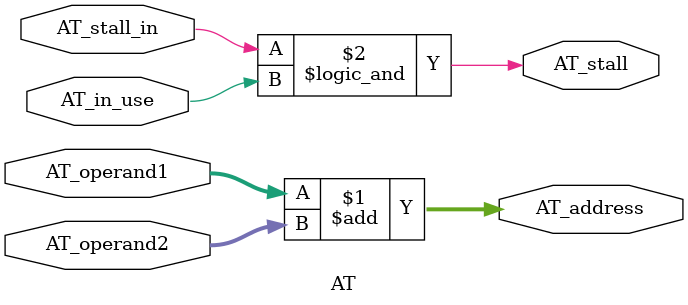
<source format=v>
module AT #(parameter ADDRESS_SIZE=32, OPERAND_SIZE=32)(
    input [OPERAND_SIZE-1:0] AT_operand1,
    input [OPERAND_SIZE-1:0] AT_operand2,

    output [ADDRESS_SIZE-1:0] AT_address,
    
    input AT_stall_in,
    output AT_stall,
    input AT_in_use);

    assign AT_address = AT_operand1+AT_operand2;

    assign AT_stall = AT_stall_in && AT_in_use;

endmodule
    

</source>
